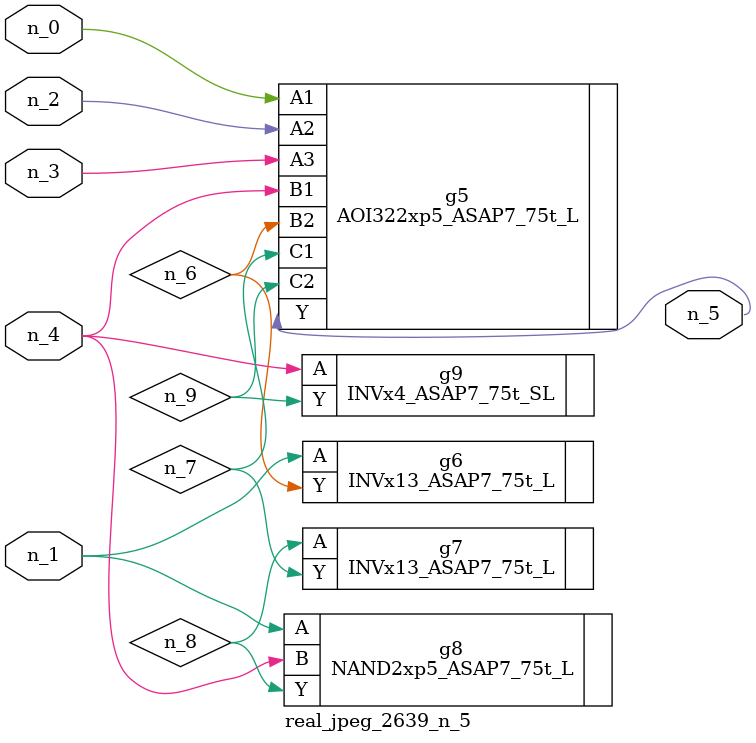
<source format=v>
module real_jpeg_2639_n_5 (n_4, n_0, n_1, n_2, n_3, n_5);

input n_4;
input n_0;
input n_1;
input n_2;
input n_3;

output n_5;

wire n_8;
wire n_6;
wire n_7;
wire n_9;

AOI322xp5_ASAP7_75t_L g5 ( 
.A1(n_0),
.A2(n_2),
.A3(n_3),
.B1(n_4),
.B2(n_6),
.C1(n_7),
.C2(n_9),
.Y(n_5)
);

INVx13_ASAP7_75t_L g6 ( 
.A(n_1),
.Y(n_6)
);

NAND2xp5_ASAP7_75t_L g8 ( 
.A(n_1),
.B(n_4),
.Y(n_8)
);

INVx4_ASAP7_75t_SL g9 ( 
.A(n_4),
.Y(n_9)
);

INVx13_ASAP7_75t_L g7 ( 
.A(n_8),
.Y(n_7)
);


endmodule
</source>
